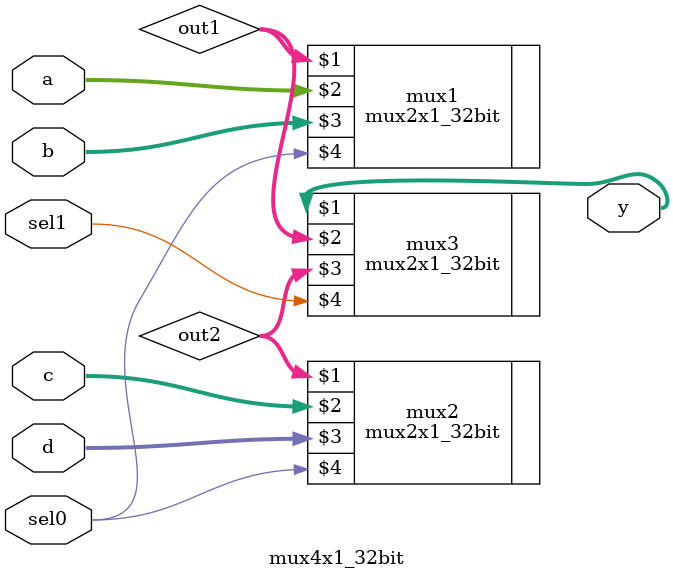
<source format=v>
module mux4x1_32bit (
	output [31:0] y,
	input [31:0] a,
	input [31:0] b,
	input [31:0] c,
	input [31:0] d,
	input sel0,
	input sel1
);

	wire [31:0] out1;
	wire [31:0] out2;

	mux2x1_32bit mux1 (out1, a, b, sel0);
	mux2x1_32bit mux2 (out2, c, d, sel0);
	mux2x1_32bit mux3 (y, out1, out2, sel1);

endmodule

</source>
